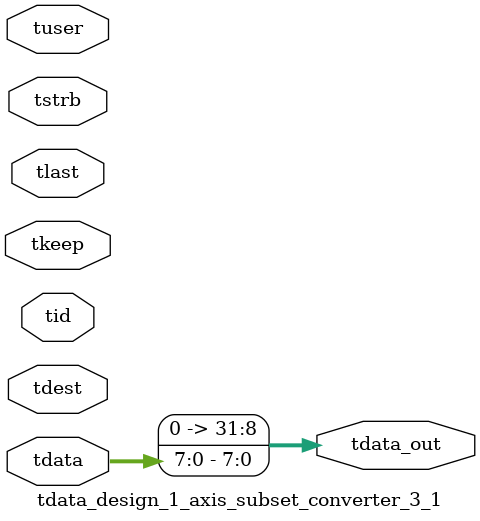
<source format=v>


`timescale 1ps/1ps

module tdata_design_1_axis_subset_converter_3_1 #
(
parameter C_S_AXIS_TDATA_WIDTH = 32,
parameter C_S_AXIS_TUSER_WIDTH = 0,
parameter C_S_AXIS_TID_WIDTH   = 0,
parameter C_S_AXIS_TDEST_WIDTH = 0,
parameter C_M_AXIS_TDATA_WIDTH = 32
)
(
input  [(C_S_AXIS_TDATA_WIDTH == 0 ? 1 : C_S_AXIS_TDATA_WIDTH)-1:0     ] tdata,
input  [(C_S_AXIS_TUSER_WIDTH == 0 ? 1 : C_S_AXIS_TUSER_WIDTH)-1:0     ] tuser,
input  [(C_S_AXIS_TID_WIDTH   == 0 ? 1 : C_S_AXIS_TID_WIDTH)-1:0       ] tid,
input  [(C_S_AXIS_TDEST_WIDTH == 0 ? 1 : C_S_AXIS_TDEST_WIDTH)-1:0     ] tdest,
input  [(C_S_AXIS_TDATA_WIDTH/8)-1:0 ] tkeep,
input  [(C_S_AXIS_TDATA_WIDTH/8)-1:0 ] tstrb,
input                                                                    tlast,
output [C_M_AXIS_TDATA_WIDTH-1:0] tdata_out
);

assign tdata_out = {16'b0000000000000000,tdata[7:0]};

endmodule


</source>
